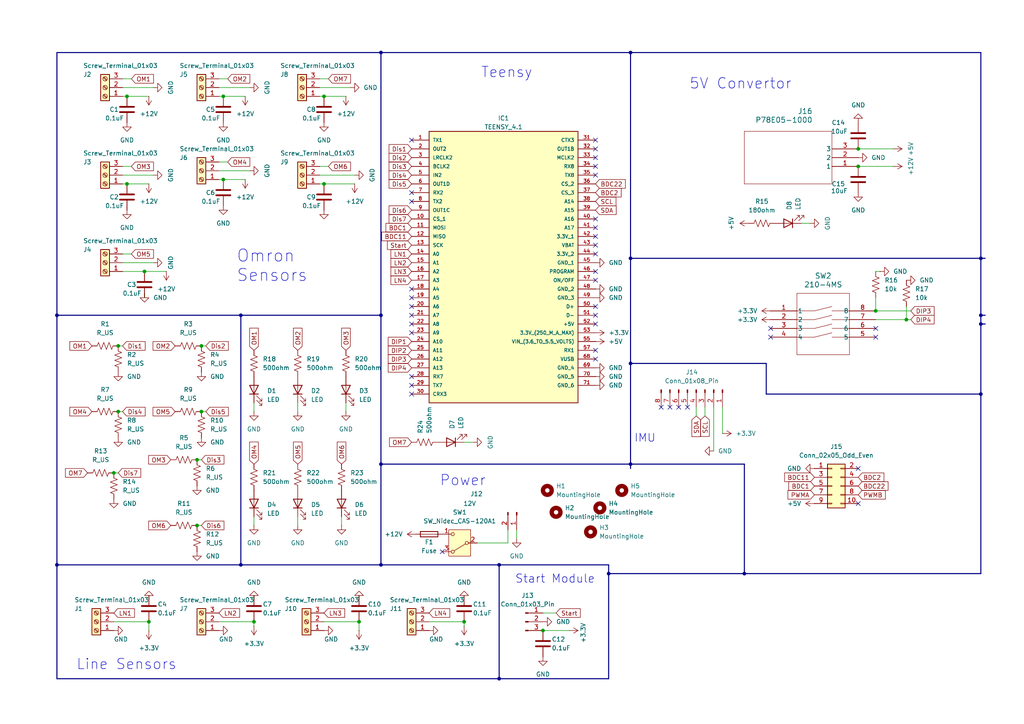
<source format=kicad_sch>
(kicad_sch (version 20231120) (generator "eeschema") (generator_version "8.0")
  (paper "A4")
  (junction (at 93.98 27.94))
  (junction (at 64.77 52.07))
  (junction (at 34.29 100.33))
  (junction (at 144.78 163.83))
  (junction (at 144.78 196.85))
  (junction (at 176.53 166.37))
  (junction (at 182.88 134.62))
  (junction (at 69.85 163.83))
  (junction (at 284.48 74.93))
  (junction (at 41.91 78.74))
  (junction (at 254 90.17))
  (junction (at 34.29 119.38))
  (junction (at 284.48 91.44))
  (junction (at 58.42 119.38))
  (junction (at 73.66 180.34))
  (junction (at 57.15 152.4))
  (junction (at 104.14 180.34))
  (junction (at 16.51 163.83))
  (junction (at 215.9 166.37))
  (junction (at 262.89 92.71))
  (junction (at 182.88 105.41))
  (junction (at 110.49 163.83))
  (junction (at 248.92 48.26))
  (junction (at 64.77 27.94))
  (junction (at 43.18 180.34))
  (junction (at 36.83 53.34))
  (junction (at 134.62 180.34))
  (junction (at 58.42 100.33))
  (junction (at 157.48 182.88))
  (junction (at 182.88 74.93))
  (junction (at 110.49 91.44))
  (junction (at 182.88 15.24))
  (junction (at 16.51 91.44))
  (junction (at 110.49 15.24))
  (junction (at 93.98 53.34))
  (junction (at 36.83 27.94))
  (junction (at 57.15 133.35))
  (junction (at 284.48 114.3))
  (junction (at 69.85 91.44))
  (junction (at 33.02 137.16))
  (junction (at 284.48 93.98))
  (junction (at 248.92 43.18))
  (junction (at 110.49 134.62))
  (no_connect (at 119.38 114.3))
  (no_connect (at 172.72 88.9))
  (no_connect (at 172.72 73.66))
  (no_connect (at 172.72 66.04))
  (no_connect (at 119.38 88.9))
  (no_connect (at 254 95.25))
  (no_connect (at 119.38 83.82))
  (no_connect (at 172.72 43.18))
  (no_connect (at 172.72 78.74))
  (no_connect (at 119.38 91.44))
  (no_connect (at 128.27 160.02))
  (no_connect (at 199.39 118.11))
  (no_connect (at 119.38 111.76))
  (no_connect (at 172.72 63.5))
  (no_connect (at 223.52 95.25))
  (no_connect (at 172.72 93.98))
  (no_connect (at 172.72 91.44))
  (no_connect (at 172.72 45.72))
  (no_connect (at 172.72 48.26))
  (no_connect (at 172.72 104.14))
  (no_connect (at 119.38 55.88))
  (no_connect (at 172.72 81.28))
  (no_connect (at 196.85 118.11))
  (no_connect (at 119.38 86.36))
  (no_connect (at 254 97.79))
  (no_connect (at 191.77 118.11))
  (no_connect (at 194.31 118.11))
  (no_connect (at 119.38 109.22))
  (no_connect (at 172.72 50.8))
  (no_connect (at 119.38 96.52))
  (no_connect (at 119.38 93.98))
  (no_connect (at 172.72 68.58))
  (no_connect (at 223.52 97.79))
  (no_connect (at 248.92 146.05))
  (no_connect (at 119.38 40.64))
  (no_connect (at 172.72 71.12))
  (no_connect (at 248.92 135.89))
  (no_connect (at 119.38 58.42))
  (no_connect (at 172.72 40.64))
  (no_connect (at 172.72 101.6))
  (wire (pts (xy 134.62 173.99) (xy 134.62 172.72)))
  (wire (pts (xy 264.16 90.17) (xy 254 90.17)))
  (wire (pts (xy 36.83 27.94) (xy 35.56 27.94)))
  (wire (pts (xy 73.66 119.38) (xy 73.66 116.84)))
  (bus (pts (xy 284.48 15.24) (xy 284.48 74.93)))
  (wire (pts (xy 264.16 92.71) (xy 262.89 92.71)))
  (wire (pts (xy 41.91 85.09) (xy 41.91 86.36)))
  (wire (pts (xy 43.18 173.99) (xy 43.18 172.72)))
  (bus (pts (xy 144.78 163.83) (xy 176.53 163.83)))
  (wire (pts (xy 44.45 25.4) (xy 35.56 25.4)))
  (wire (pts (xy 147.32 157.48) (xy 147.32 153.67)))
  (wire (pts (xy 255.27 78.74) (xy 254 78.74)))
  (bus (pts (xy 182.88 15.24) (xy 284.48 15.24)))
  (bus (pts (xy 16.51 163.83) (xy 69.85 163.83)))
  (bus (pts (xy 176.53 166.37) (xy 176.53 196.85)))
  (bus (pts (xy 16.51 91.44) (xy 16.51 163.83)))
  (wire (pts (xy 138.43 157.48) (xy 147.32 157.48)))
  (wire (pts (xy 104.14 173.99) (xy 104.14 172.72)))
  (wire (pts (xy 234.95 64.77) (xy 232.41 64.77)))
  (wire (pts (xy 134.62 180.34) (xy 124.46 180.34)))
  (bus (pts (xy 182.88 74.93) (xy 284.48 74.93)))
  (wire (pts (xy 44.45 76.2) (xy 35.56 76.2)))
  (wire (pts (xy 204.47 120.65) (xy 204.47 118.11)))
  (wire (pts (xy 73.66 152.4) (xy 73.66 149.86)))
  (bus (pts (xy 284.48 74.93) (xy 284.48 91.44)))
  (wire (pts (xy 137.16 128.27) (xy 134.62 128.27)))
  (wire (pts (xy 66.04 22.86) (xy 63.5 22.86)))
  (wire (pts (xy 134.62 181.61) (xy 134.62 180.34)))
  (bus (pts (xy 110.49 163.83) (xy 144.78 163.83)))
  (wire (pts (xy 58.42 152.4) (xy 57.15 152.4)))
  (wire (pts (xy 58.42 133.35) (xy 57.15 133.35)))
  (bus (pts (xy 284.48 91.44) (xy 284.48 93.98)))
  (bus (pts (xy 16.51 196.85) (xy 144.78 196.85)))
  (wire (pts (xy 254 92.71) (xy 262.89 92.71)))
  (bus (pts (xy 110.49 91.44) (xy 110.49 134.62)))
  (wire (pts (xy 64.77 27.94) (xy 63.5 27.94)))
  (wire (pts (xy 73.66 173.99) (xy 73.66 172.72)))
  (wire (pts (xy 43.18 53.34) (xy 36.83 53.34)))
  (wire (pts (xy 149.86 153.67) (xy 149.86 156.21)))
  (wire (pts (xy 71.12 27.94) (xy 64.77 27.94)))
  (wire (pts (xy 101.6 25.4) (xy 92.71 25.4)))
  (bus (pts (xy 284.48 93.98) (xy 284.48 114.3)))
  (bus (pts (xy 69.85 91.44) (xy 110.49 91.44)))
  (bus (pts (xy 182.88 105.41) (xy 182.88 134.62)))
  (wire (pts (xy 41.91 78.74) (xy 48.26 78.74)))
  (wire (pts (xy 93.98 27.94) (xy 92.71 27.94)))
  (wire (pts (xy 86.36 119.38) (xy 86.36 116.84)))
  (wire (pts (xy 104.14 180.34) (xy 93.98 180.34)))
  (wire (pts (xy 259.08 48.26) (xy 248.92 48.26)))
  (wire (pts (xy 64.77 52.07) (xy 63.5 52.07)))
  (wire (pts (xy 165.1 182.88) (xy 157.48 182.88)))
  (wire (pts (xy 34.29 137.16) (xy 33.02 137.16)))
  (bus (pts (xy 110.49 15.24) (xy 110.49 91.44)))
  (bus (pts (xy 176.53 166.37) (xy 176.53 163.83)))
  (bus (pts (xy 16.51 163.83) (xy 16.51 196.85)))
  (wire (pts (xy 38.1 48.26) (xy 35.56 48.26)))
  (bus (pts (xy 215.9 134.62) (xy 215.9 166.37)))
  (wire (pts (xy 72.39 49.53) (xy 63.5 49.53)))
  (wire (pts (xy 59.69 100.33) (xy 58.42 100.33)))
  (wire (pts (xy 95.25 48.26) (xy 92.71 48.26)))
  (wire (pts (xy 95.25 22.86) (xy 92.71 22.86)))
  (bus (pts (xy 16.51 91.44) (xy 69.85 91.44)))
  (bus (pts (xy 284.48 114.3) (xy 284.48 166.37)))
  (wire (pts (xy 100.33 119.38) (xy 100.33 116.84)))
  (wire (pts (xy 209.55 118.11) (xy 209.55 125.73)))
  (bus (pts (xy 222.25 105.41) (xy 222.25 114.3)))
  (bus (pts (xy 182.88 74.93) (xy 182.88 105.41)))
  (wire (pts (xy 104.14 182.88) (xy 104.14 180.34)))
  (wire (pts (xy 35.56 100.33) (xy 34.29 100.33)))
  (bus (pts (xy 285.75 74.93) (xy 284.48 74.93)))
  (wire (pts (xy 259.08 43.18) (xy 248.92 43.18)))
  (bus (pts (xy 222.25 114.3) (xy 284.48 114.3)))
  (wire (pts (xy 43.18 180.34) (xy 33.02 180.34)))
  (bus (pts (xy 182.88 134.62) (xy 182.88 135.89)))
  (wire (pts (xy 207.01 130.81) (xy 207.01 118.11)))
  (bus (pts (xy 182.88 15.24) (xy 182.88 74.93)))
  (bus (pts (xy 182.88 134.62) (xy 215.9 134.62)))
  (wire (pts (xy 72.39 25.4) (xy 63.5 25.4)))
  (bus (pts (xy 110.49 134.62) (xy 182.88 134.62)))
  (bus (pts (xy 285.75 93.98) (xy 284.48 93.98)))
  (wire (pts (xy 43.18 27.94) (xy 36.83 27.94)))
  (bus (pts (xy 182.88 105.41) (xy 222.25 105.41)))
  (bus (pts (xy 284.48 91.44) (xy 285.75 91.44)))
  (bus (pts (xy 176.53 166.37) (xy 215.9 166.37)))
  (bus (pts (xy 215.9 166.37) (xy 284.48 166.37)))
  (wire (pts (xy 92.71 50.8) (xy 102.87 50.8)))
  (wire (pts (xy 86.36 152.4) (xy 86.36 149.86)))
  (wire (pts (xy 35.56 78.74) (xy 41.91 78.74)))
  (wire (pts (xy 38.1 22.86) (xy 35.56 22.86)))
  (wire (pts (xy 35.56 119.38) (xy 34.29 119.38)))
  (wire (pts (xy 102.87 53.34) (xy 93.98 53.34)))
  (wire (pts (xy 71.12 52.07) (xy 64.77 52.07)))
  (wire (pts (xy 38.1 73.66) (xy 35.56 73.66)))
  (bus (pts (xy 69.85 91.44) (xy 69.85 163.83)))
  (bus (pts (xy 176.53 196.85) (xy 144.78 196.85)))
  (wire (pts (xy 44.45 50.8) (xy 35.56 50.8)))
  (bus (pts (xy 16.51 15.24) (xy 16.51 91.44)))
  (wire (pts (xy 262.89 88.9) (xy 262.89 92.71)))
  (wire (pts (xy 93.98 53.34) (xy 92.71 53.34)))
  (bus (pts (xy 69.85 163.83) (xy 110.49 163.83)))
  (wire (pts (xy 254 86.36) (xy 254 90.17)))
  (bus (pts (xy 110.49 15.24) (xy 182.88 15.24)))
  (wire (pts (xy 59.69 119.38) (xy 58.42 119.38)))
  (wire (pts (xy 36.83 53.34) (xy 35.56 53.34)))
  (bus (pts (xy 144.78 196.85) (xy 144.78 163.83)))
  (wire (pts (xy 73.66 180.34) (xy 63.5 180.34)))
  (wire (pts (xy 201.93 120.65) (xy 201.93 118.11)))
  (wire (pts (xy 161.29 177.8) (xy 157.48 177.8)))
  (wire (pts (xy 100.33 27.94) (xy 93.98 27.94)))
  (wire (pts (xy 66.04 46.99) (xy 63.5 46.99)))
  (bus (pts (xy 110.49 163.83) (xy 110.49 134.62)))
  (wire (pts (xy 73.66 181.61) (xy 73.66 180.34)))
  (wire (pts (xy 43.18 182.88) (xy 43.18 180.34)))
  (bus (pts (xy 16.51 15.24) (xy 110.49 15.24)))
  (wire (pts (xy 99.06 152.4) (xy 99.06 149.86)))
  (text "Line Sensors " (at 22.098 194.564 0) (effects (font (size 3 3)) (justify left bottom)))
  (text "5V Convertor \n" (at 199.898 26.162 0) (effects (font (size 3.048 3.048)) (justify left bottom)))
  (text "Power\n" (at 127.508 141.224 0) (effects (font (size 3 3)) (justify left bottom)))
  (text "Omron \nSensors" (at 68.58 82.042 0) (effects (font (size 3.5 3.5)) (justify left bottom)))
  (text "IMU\n" (at 183.896 128.524 0) (effects (font (size 2.3 2.3)) (justify left bottom)))
  (text "Start Module" (at 149.352 169.418 0) (effects (font (size 2.4 2.4)) (justify left bottom)))
  (text "Teensy\n" (at 139.446 22.86 0) (effects (font (size 3 3)) (justify left bottom)))
  (global_label "BDC22" (shape input) (at 172.72 53.34 0) (property "Intersheetrefs" "${INTERSHEET_REFS}" (effects (hide yes))))
  (global_label "Dis7" (shape input) (at 119.38 63.5 180) (property "Intersheetrefs" "${INTERSHEET_REFS}" (effects (hide yes))))
  (global_label "Dis1" (shape input) (at 119.38 43.18 180) (property "Intersheetrefs" "${INTERSHEET_REFS}" (effects (hide yes))))
  (global_label "OM4" (shape input) (at 73.66 134.62 90) (property "Intersheetrefs" "${INTERSHEET_REFS}" (effects (hide yes))))
  (global_label "OM1" (shape input) (at 26.67 100.33 180) (property "Intersheetrefs" "${INTERSHEET_REFS}" (effects (hide yes))))
  (global_label "OM5" (shape input) (at 50.8 119.38 180) (property "Intersheetrefs" "${INTERSHEET_REFS}" (effects (hide yes))))
  (global_label "LN2" (shape input) (at 63.5 177.8 0) (property "Intersheetrefs" "${INTERSHEET_REFS}" (effects (hide yes))))
  (global_label "Dis2" (shape input) (at 59.69 100.33 0) (property "Intersheetrefs" "${INTERSHEET_REFS}" (effects (hide yes))))
  (global_label "OM1" (shape input) (at 38.1 22.86 0) (property "Intersheetrefs" "${INTERSHEET_REFS}" (effects (hide yes))))
  (global_label "LN1" (shape input) (at 33.02 177.8 0) (property "Intersheetrefs" "${INTERSHEET_REFS}" (effects (hide yes))))
  (global_label "Start" (shape input) (at 161.29 177.8 0) (property "Intersheetrefs" "${INTERSHEET_REFS}" (effects (hide yes))))
  (global_label "OM6" (shape input) (at 49.53 152.4 180) (property "Intersheetrefs" "${INTERSHEET_REFS}" (effects (hide yes))))
  (global_label "DIP3" (shape input) (at 119.38 104.14 180) (property "Intersheetrefs" "${INTERSHEET_REFS}" (effects (hide yes))))
  (global_label "SDA" (shape input) (at 201.93 120.65 270) (property "Intersheetrefs" "${INTERSHEET_REFS}" (effects (hide yes))))
  (global_label "OM3" (shape input) (at 100.33 101.6 90) (property "Intersheetrefs" "${INTERSHEET_REFS}" (effects (hide yes))))
  (global_label "Dis4" (shape input) (at 119.38 50.8 180) (property "Intersheetrefs" "${INTERSHEET_REFS}" (effects (hide yes))))
  (global_label "LN2" (shape input) (at 119.38 76.2 180) (property "Intersheetrefs" "${INTERSHEET_REFS}" (effects (hide yes))))
  (global_label "LN1" (shape input) (at 119.38 73.66 180) (property "Intersheetrefs" "${INTERSHEET_REFS}" (effects (hide yes))))
  (global_label "Dis5" (shape input) (at 59.69 119.38 0) (property "Intersheetrefs" "${INTERSHEET_REFS}" (effects (hide yes))))
  (global_label "DIP3" (shape input) (at 264.16 90.17 0) (property "Intersheetrefs" "${INTERSHEET_REFS}" (effects (hide yes))))
  (global_label "Dis4" (shape input) (at 35.56 119.38 0) (property "Intersheetrefs" "${INTERSHEET_REFS}" (effects (hide yes))))
  (global_label "PWMB" (shape input) (at 248.92 143.51 0) (property "Intersheetrefs" "${INTERSHEET_REFS}" (effects (hide yes))))
  (global_label "OM5" (shape input) (at 38.1 73.66 0) (property "Intersheetrefs" "${INTERSHEET_REFS}" (effects (hide yes))))
  (global_label "OM7" (shape input) (at 95.25 22.86 0) (property "Intersheetrefs" "${INTERSHEET_REFS}" (effects (hide yes))))
  (global_label "BDC2" (shape input) (at 172.72 55.88 0) (property "Intersheetrefs" "${INTERSHEET_REFS}" (effects (hide yes))))
  (global_label "OM4" (shape input) (at 66.04 46.99 0) (property "Intersheetrefs" "${INTERSHEET_REFS}" (effects (hide yes))))
  (global_label "BDC22" (shape input) (at 248.92 140.97 0) (property "Intersheetrefs" "${INTERSHEET_REFS}" (effects (hide yes))))
  (global_label "OM5" (shape input) (at 86.36 134.62 90) (property "Intersheetrefs" "${INTERSHEET_REFS}" (effects (hide yes))))
  (global_label "OM3" (shape input) (at 49.53 133.35 180) (property "Intersheetrefs" "${INTERSHEET_REFS}" (effects (hide yes))))
  (global_label "OM7" (shape input) (at 119.38 128.27 180) (property "Intersheetrefs" "${INTERSHEET_REFS}" (effects (hide yes))))
  (global_label "Dis1" (shape input) (at 35.56 100.33 0) (property "Intersheetrefs" "${INTERSHEET_REFS}" (effects (hide yes))))
  (global_label "LN3" (shape input) (at 93.98 177.8 0) (property "Intersheetrefs" "${INTERSHEET_REFS}" (effects (hide yes))))
  (global_label "Dis5" (shape input) (at 119.38 53.34 180) (property "Intersheetrefs" "${INTERSHEET_REFS}" (effects (hide yes))))
  (global_label "LN4" (shape input) (at 119.38 81.28 180) (property "Intersheetrefs" "${INTERSHEET_REFS}" (effects (hide yes))))
  (global_label "Dis2" (shape input) (at 119.38 45.72 180) (property "Intersheetrefs" "${INTERSHEET_REFS}" (effects (hide yes))))
  (global_label "Dis7" (shape input) (at 34.29 137.16 0) (property "Intersheetrefs" "${INTERSHEET_REFS}" (effects (hide yes))))
  (global_label "SCL" (shape input) (at 204.47 120.65 270) (property "Intersheetrefs" "${INTERSHEET_REFS}" (effects (hide yes))))
  (global_label "SDA" (shape input) (at 172.72 60.96 0) (property "Intersheetrefs" "${INTERSHEET_REFS}" (effects (hide yes))))
  (global_label "DIP4" (shape input) (at 264.16 92.71 0) (property "Intersheetrefs" "${INTERSHEET_REFS}" (effects (hide yes))))
  (global_label "OM2" (shape input) (at 50.8 100.33 180) (property "Intersheetrefs" "${INTERSHEET_REFS}" (effects (hide yes))))
  (global_label "Dis6" (shape input) (at 119.38 60.96 180) (property "Intersheetrefs" "${INTERSHEET_REFS}" (effects (hide yes))))
  (global_label "Dis3" (shape input) (at 119.38 48.26 180) (property "Intersheetrefs" "${INTERSHEET_REFS}" (effects (hide yes))))
  (global_label "BDC2" (shape input) (at 248.92 138.43 0) (property "Intersheetrefs" "${INTERSHEET_REFS}" (effects (hide yes))))
  (global_label "BDC11" (shape input) (at 236.22 138.43 180) (property "Intersheetrefs" "${INTERSHEET_REFS}" (effects (hide yes))))
  (global_label "PWMA" (shape input) (at 236.22 143.51 180) (property "Intersheetrefs" "${INTERSHEET_REFS}" (effects (hide yes))))
  (global_label "Start" (shape input) (at 119.38 71.12 180) (property "Intersheetrefs" "${INTERSHEET_REFS}" (effects (hide yes))))
  (global_label "OM2" (shape input) (at 66.04 22.86 0) (property "Intersheetrefs" "${INTERSHEET_REFS}" (effects (hide yes))))
  (global_label "SCL" (shape input) (at 172.72 58.42 0) (property "Intersheetrefs" "${INTERSHEET_REFS}" (effects (hide yes))))
  (global_label "Dis3" (shape input) (at 58.42 133.35 0) (property "Intersheetrefs" "${INTERSHEET_REFS}" (effects (hide yes))))
  (global_label "DIP4" (shape input) (at 119.38 106.68 180) (property "Intersheetrefs" "${INTERSHEET_REFS}" (effects (hide yes))))
  (global_label "OM6" (shape input) (at 95.25 48.26 0) (property "Intersheetrefs" "${INTERSHEET_REFS}" (effects (hide yes))))
  (global_label "BDC1" (shape input) (at 119.38 66.04 180) (property "Intersheetrefs" "${INTERSHEET_REFS}" (effects (hide yes))))
  (global_label "OM2" (shape input) (at 86.36 101.6 90) (property "Intersheetrefs" "${INTERSHEET_REFS}" (effects (hide yes))))
  (global_label "OM3" (shape input) (at 38.1 48.26 0) (property "Intersheetrefs" "${INTERSHEET_REFS}" (effects (hide yes))))
  (global_label "OM1" (shape input) (at 73.66 101.6 90) (property "Intersheetrefs" "${INTERSHEET_REFS}" (effects (hide yes))))
  (global_label "OM6" (shape input) (at 99.06 134.62 90) (property "Intersheetrefs" "${INTERSHEET_REFS}" (effects (hide yes))))
  (global_label "OM4" (shape input) (at 26.67 119.38 180) (property "Intersheetrefs" "${INTERSHEET_REFS}" (effects (hide yes))))
  (global_label "LN3" (shape input) (at 119.38 78.74 180) (property "Intersheetrefs" "${INTERSHEET_REFS}" (effects (hide yes))))
  (global_label "LN4" (shape input) (at 124.46 177.8 0) (property "Intersheetrefs" "${INTERSHEET_REFS}" (effects (hide yes))))
  (global_label "Dis6" (shape input) (at 58.42 152.4 0) (property "Intersheetrefs" "${INTERSHEET_REFS}" (effects (hide yes))))
  (global_label "BDC1" (shape input) (at 236.22 140.97 180) (property "Intersheetrefs" "${INTERSHEET_REFS}" (effects (hide yes))))
  (global_label "BDC11" (shape input) (at 119.38 68.58 180) (property "Intersheetrefs" "${INTERSHEET_REFS}" (effects (hide yes))))
  (global_label "DIP1" (shape input) (at 119.38 99.06 180) (property "Intersheetrefs" "${INTERSHEET_REFS}" (effects (hide yes))))
  (global_label "OM7" (shape input) (at 25.4 137.16 180) (property "Intersheetrefs" "${INTERSHEET_REFS}" (effects (hide yes))))
  (global_label "DIP2" (shape input) (at 119.38 101.6 180) (property "Intersheetrefs" "${INTERSHEET_REFS}" (effects (hide yes))))
  (symbol (lib_id "Connector:Conn_01x02_Pin") (at 149.86 148.59 270) (unit 1)
    (property "Reference" "J12" (at 136.398 143.256 90) (effects (justify left)))
    (property "Value" "12V" (at 134.366 146.05 90) (effects (justify left)))
    (property "Footprint" "Connector_AMASS:AMASS_XT30U-F_1x02_P5.0mm_Vertical" (effects (hide yes)))
    (property "Description" "Generic connector, single row, 01x02, script generated" (effects (hide yes)))
  )
  (symbol (lib_id "power:GND") (at 93.98 35.56 0) (unit 1)
    (property "Reference" "#PWR037" (effects (hide yes)))
    (property "Value" "GND" (at 93.98 40.64 0))
  )
  (symbol (lib_id "Device:R_US") (at 58.42 104.14 180) (unit 1)
    (property "Reference" "R4" (at 60.96 102.8699 0) (effects (justify right)))
    (property "Value" "R_US" (at 60.96 105.4099 0) (effects (justify right)))
    (property "Footprint" "Resistor_SMD:R_1206_3216Metric" (effects (hide yes)))
    (property "Description" "Resistor, US symbol" (effects (hide yes)))
  )
  (symbol (lib_name "GND_3") (lib_id "power:GND") (at 172.72 109.22 90) (unit 1)
    (property "Reference" "#PWR066" (effects (hide yes)))
    (property "Value" "GND" (at 176.53 109.2199 90) (effects (justify right)))
    (property "Description" "Power symbol creates a global label with name \"GND\" , ground" (effects (hide yes)))
  )
  (symbol (lib_id "Connector:Screw_Terminal_01x03") (at 119.38 180.34 180) (unit 1)
    (property "Reference" "J11" (at 113.03 176.53 0) (effects (justify right)))
    (property "Value" "Screw_Terminal_01x03" (at 113.03 173.99 0) (effects (justify right)))
    (property "Footprint" "TerminalBlock:TerminalBlock_Xinya_XY308-2.54-3P_1x03_P2.54mm_Horizontal" (effects (hide yes)))
  )
  (symbol (lib_name "GND_3") (lib_id "power:GND") (at 172.72 106.68 90) (unit 1)
    (property "Reference" "#PWR065" (effects (hide yes)))
    (property "Value" "GND" (at 176.53 106.6799 90) (effects (justify right)))
    (property "Description" "Power symbol creates a global label with name \"GND\" , ground" (effects (hide yes)))
  )
  (symbol (lib_id "power:GND") (at 36.83 35.56 0) (unit 1)
    (property "Reference" "#PWR06" (effects (hide yes)))
    (property "Value" "GND" (at 36.83 40.64 0))
  )
  (symbol (lib_id "Connector:Screw_Terminal_01x03") (at 87.63 25.4 180) (unit 1)
    (property "Reference" "J8" (at 81.28 21.59 0) (effects (justify right)))
    (property "Value" "Screw_Terminal_01x03" (at 81.28 19.05 0) (effects (justify right)))
    (property "Footprint" "TerminalBlock:TerminalBlock_Xinya_XY308-2.54-3P_1x03_P2.54mm_Horizontal" (effects (hide yes)))
  )
  (symbol (lib_id "Device:LED") (at 86.36 113.03 90) (unit 1)
    (property "Reference" "D2" (at 90.17 113.3474 90) (effects (justify right)))
    (property "Value" "LED" (at 90.17 115.8874 90) (effects (justify right)))
    (property "Footprint" "LED_SMD:LED_1206_3216Metric" (effects (hide yes)))
    (property "Description" "Light emitting diode" (effects (hide yes)))
  )
  (symbol (lib_id "power:GND") (at 33.02 182.88 90) (unit 1)
    (property "Reference" "#PWR01" (effects (hide yes)))
    (property "Value" "GND" (at 33.02 185.42 90) (effects (justify right)))
  )
  (symbol (lib_name "GND_1") (lib_id "power:GND") (at 86.36 119.38 0) (unit 1)
    (property "Reference" "#PWR020" (effects (hide yes)))
    (property "Value" "GND" (at 86.36 124.46 0))
    (property "Description" "Power symbol creates a global label with name \"GND\" , ground" (effects (hide yes)))
  )
  (symbol (lib_id "power:GND") (at 57.15 140.97 0) (unit 1)
    (property "Reference" "#PWR04" (effects (hide yes)))
    (property "Value" "GND" (at 59.69 142.24 0) (effects (justify left)))
  )
  (symbol (lib_id "Device:C") (at 157.48 186.69 0) (unit 1)
    (property "Reference" "C12" (at 160.02 185.42 0) (effects (justify left)))
    (property "Value" "0.1uF" (at 160.02 187.96 0) (effects (justify left)))
    (property "Footprint" "Capacitor_SMD:C_0805_2012Metric" (effects (hide yes)))
  )
  (symbol (lib_id "Connector:Screw_Terminal_01x03") (at 30.48 76.2 180) (unit 1)
    (property "Reference" "J4" (at 24.13 72.39 0) (effects (justify right)))
    (property "Value" "Screw_Terminal_01x03" (at 24.13 69.85 0) (effects (justify right)))
    (property "Footprint" "TerminalBlock:TerminalBlock_Xinya_XY308-2.54-3P_1x03_P2.54mm_Horizontal" (effects (hide yes)))
  )
  (symbol (lib_id "Device:LED") (at 130.81 128.27 180) (unit 1)
    (property "Reference" "D7" (at 131.1274 124.46 90) (effects (justify right)))
    (property "Value" "LED" (at 133.6674 124.46 90) (effects (justify right)))
    (property "Footprint" "LED_SMD:LED_1206_3216Metric" (effects (hide yes)))
    (property "Description" "Light emitting diode" (effects (hide yes)))
  )
  (symbol (lib_id "power:+12V") (at 120.65 154.94 90) (unit 1)
    (property "Reference" "#PWR052" (effects (hide yes)))
    (property "Value" "+12V" (at 116.84 154.9399 90) (effects (justify left)))
    (property "Description" "Power symbol creates a global label with name \"+12V\"" (effects (hide yes)))
  )
  (symbol (lib_id "Connector:Screw_Terminal_01x03") (at 87.63 50.8 180) (unit 1)
    (property "Reference" "J9" (at 81.28 46.99 0) (effects (justify right)))
    (property "Value" "Screw_Terminal_01x03" (at 81.28 44.45 0) (effects (justify right)))
    (property "Footprint" "TerminalBlock:TerminalBlock_Xinya_XY308-2.54-3P_1x03_P2.54mm_Horizontal" (effects (hide yes)))
  )
  (symbol (lib_name "GND_1") (lib_id "power:GND") (at 73.66 119.38 0) (unit 1)
    (property "Reference" "#PWR021" (effects (hide yes)))
    (property "Value" "GND" (at 73.66 124.46 0))
    (property "Description" "Power symbol creates a global label with name \"GND\" , ground" (effects (hide yes)))
  )
  (symbol (lib_id "power:+12V") (at 43.18 27.94 180) (unit 1)
    (property "Reference" "#PWR09" (effects (hide yes)))
    (property "Value" "+12V" (at 43.18 33.02 0))
    (property "Description" "Power symbol creates a global label with name \"+12V\"" (effects (hide yes)))
  )
  (symbol (lib_id "Device:C") (at 73.66 176.53 0) (unit 1)
    (property "Reference" "C7" (at 76.2 175.26 0) (effects (justify left)))
    (property "Value" "0.1uF" (at 76.2 177.8 0) (effects (justify left)))
    (property "Footprint" "Capacitor_SMD:C_0805_2012Metric" (effects (hide yes)))
  )
  (symbol (lib_name "GND_4") (lib_id "power:GND") (at 255.27 78.74 90) (unit 1)
    (property "Reference" "#PWR080" (effects (hide yes)))
    (property "Value" "GND" (at 259.08 78.7399 90) (effects (justify right)))
    (property "Description" "Power symbol creates a global label with name \"GND\" , ground" (effects (hide yes)))
  )
  (symbol (lib_id "Connector:Screw_Terminal_01x03") (at 88.9 180.34 180) (unit 1)
    (property "Reference" "J10" (at 82.55 176.53 0) (effects (justify right)))
    (property "Value" "Screw_Terminal_01x03" (at 82.55 173.99 0) (effects (justify right)))
    (property "Footprint" "TerminalBlock:TerminalBlock_Xinya_XY308-2.54-3P_1x03_P2.54mm_Horizontal" (effects (hide yes)))
  )
  (symbol (lib_id "Device:R_US") (at 29.21 137.16 90) (unit 1)
    (property "Reference" "R13" (at 29.21 130.81 90))
    (property "Value" "R_US" (at 29.21 133.35 90))
    (property "Footprint" "Resistor_SMD:R_1206_3216Metric" (effects (hide yes)))
    (property "Description" "Resistor, US symbol" (effects (hide yes)))
  )
  (symbol (lib_id "Device:R_US") (at 33.02 140.97 180) (unit 1)
    (property "Reference" "R14" (at 35.56 139.6999 0) (effects (justify right)))
    (property "Value" "R_US" (at 35.56 142.2399 0) (effects (justify right)))
    (property "Footprint" "Resistor_SMD:R_1206_3216Metric" (effects (hide yes)))
    (property "Description" "Resistor, US symbol" (effects (hide yes)))
  )
  (symbol (lib_id "Connector:Screw_Terminal_01x03") (at 30.48 25.4 180) (unit 1)
    (property "Reference" "J2" (at 24.13 21.59 0) (effects (justify right)))
    (property "Value" "Screw_Terminal_01x03" (at 24.13 19.05 0) (effects (justify right)))
    (property "Footprint" "TerminalBlock:TerminalBlock_Xinya_XY308-2.54-3P_1x03_P2.54mm_Horizontal" (effects (hide yes)))
  )
  (symbol (lib_name "+3.3V_4") (lib_id "power:+3.3V") (at 73.66 181.61 180) (unit 1)
    (property "Reference" "#PWR033" (effects (hide yes)))
    (property "Value" "+3.3V" (at 73.66 186.69 0))
    (property "Description" "Power symbol creates a global label with name \"+3.3V\"" (effects (hide yes)))
  )
  (symbol (lib_id "TEENSY_4.1[1]:TEENSY_4.1") (at 119.38 40.64 0) (unit 1)
    (property "Reference" "IC1" (at 146.05 34.29 0))
    (property "Value" "TEENSY_4.1" (at 146.05 36.83 0))
    (property "Footprint" "askibidi:AnotherTeensy" (effects (hide yes)))
    (property "Manufacturer_Name" "PJRC" (effects (hide yes)))
    (property "MF" "PJRC" (effects (hide yes)))
    (property "Description_1" "\n" (effects (hide yes)))
    (property "Price" "None" (effects (hide yes)))
    (property "Package" "None" (effects (hide yes)))
    (property "Check_prices" "https://www.snapeda.com/parts/Teensy%204.1/PJRC/view-part/?ref=eda" (effects (hide yes)))
    (property "Height" "mm" (effects (hide yes)))
    (property "MP" "Teensy 4.1" (effects (hide yes)))
    (property "SnapEDA_Link" "https://www.snapeda.com/parts/Teensy%204.1/PJRC/view-part/?ref=snap" (effects (hide yes)))
    (property "Availability" "Not in stock" (effects (hide yes)))
    (property "Manufacturer_Part_Number" "TEENSY 4.1" (effects (hide yes)))
  )
  (symbol (lib_id "Device:C") (at 41.91 82.55 0) (unit 1)
    (property "Reference" "C3" (at 36.83 82.55 0) (effects (justify left)))
    (property "Value" "0.1uF" (at 35.56 85.09 0) (effects (justify left)))
    (property "Footprint" "Capacitor_SMD:C_0805_2012Metric" (effects (hide yes)))
  )
  (symbol (lib_id "Device:R_US") (at 100.33 105.41 180) (unit 1)
    (property "Reference" "R20" (at 102.87 104.1399 0) (effects (justify right)))
    (property "Value" "500ohm" (at 102.87 106.6799 0) (effects (justify right)))
    (property "Footprint" "Resistor_SMD:R_1206_3216Metric" (effects (hide yes)))
  )
  (symbol (lib_id "power:+5V") (at 172.72 99.06 270) (unit 1)
    (property "Reference" "#PWR064" (effects (hide yes)))
    (property "Value" "+5V" (at 176.53 99.0599 90) (effects (justify left)))
    (property "Description" "Power symbol creates a global label with name \"+5V\"" (effects (hide yes)))
  )
  (symbol (lib_id "power:GND") (at 72.39 49.53 90) (unit 1)
    (property "Reference" "#PWR031" (effects (hide yes)))
    (property "Value" "GND" (at 77.47 49.53 0))
  )
  (symbol (lib_name "GND_3") (lib_id "power:GND") (at 172.72 86.36 90) (unit 1)
    (property "Reference" "#PWR062" (effects (hide yes)))
    (property "Value" "GND" (at 176.53 86.3599 90) (effects (justify right)))
    (property "Description" "Power symbol creates a global label with name \"GND\" , ground" (effects (hide yes)))
  )
  (symbol (lib_id "power:+12V") (at 102.87 53.34 180) (unit 1)
    (property "Reference" "#PWR049" (effects (hide yes)))
    (property "Value" "+12V" (at 102.87 58.42 0))
    (property "Description" "Power symbol creates a global label with name \"+12V\"" (effects (hide yes)))
  )
  (symbol (lib_id "Device:LED") (at 100.33 113.03 90) (unit 1)
    (property "Reference" "D3" (at 104.14 113.3474 90) (effects (justify right)))
    (property "Value" "LED" (at 104.14 115.8874 90) (effects (justify right)))
    (property "Footprint" "LED_SMD:LED_1206_3216Metric" (effects (hide yes)))
    (property "Description" "Light emitting diode" (effects (hide yes)))
  )
  (symbol (lib_id "Device:R_US") (at 262.89 85.09 180) (unit 1)
    (property "Reference" "R17" (at 265.43 83.8199 0) (effects (justify right)))
    (property "Value" "10k" (at 265.43 86.3599 0) (effects (justify right)))
    (property "Footprint" "Capacitor_SMD:C_1206_3216Metric" (effects (hide yes)))
    (property "Description" "Resistor, US symbol" (effects (hide yes)))
  )
  (symbol (lib_name "GND_1") (lib_id "power:GND") (at 73.66 152.4 0) (unit 1)
    (property "Reference" "#PWR023" (effects (hide yes)))
    (property "Value" "GND" (at 73.66 157.48 0))
    (property "Description" "Power symbol creates a global label with name \"GND\" , ground" (effects (hide yes)))
  )
  (symbol (lib_id "Device:R_US") (at 99.06 138.43 180) (unit 1)
    (property "Reference" "R23" (at 101.6 137.1599 0) (effects (justify right)))
    (property "Value" "500ohm" (at 101.6 139.6999 0) (effects (justify right)))
    (property "Footprint" "Resistor_SMD:R_1206_3216Metric" (effects (hide yes)))
  )
  (symbol (lib_name "GND_1") (lib_id "power:GND") (at 100.33 119.38 0) (unit 1)
    (property "Reference" "#PWR022" (effects (hide yes)))
    (property "Value" "GND" (at 100.33 124.46 0))
    (property "Description" "Power symbol creates a global label with name \"GND\" , ground" (effects (hide yes)))
  )
  (symbol (lib_id "Connector:Screw_Terminal_01x03") (at 27.94 180.34 180) (unit 1)
    (property "Reference" "J1" (at 21.59 176.53 0) (effects (justify right)))
    (property "Value" "Screw_Terminal_01x03" (at 21.59 173.99 0) (effects (justify right)))
    (property "Footprint" "TerminalBlock:TerminalBlock_Xinya_XY308-2.54-3P_1x03_P2.54mm_Horizontal" (effects (hide yes)))
  )
  (symbol (lib_id "Device:Fuse") (at 124.46 154.94 90) (unit 1)
    (property "Reference" "F1" (at 124.46 157.226 90))
    (property "Value" "Fuse" (at 124.46 159.766 90))
    (property "Footprint" "Fuse:Fuse_1206_3216Metric" (effects (hide yes)))
    (property "Description" "Fuse" (effects (hide yes)))
  )
  (symbol (lib_id "Connector:Screw_Terminal_01x03") (at 58.42 180.34 180) (unit 1)
    (property "Reference" "J7" (at 52.07 176.53 0) (effects (justify right)))
    (property "Value" "Screw_Terminal_01x03" (at 52.07 173.99 0) (effects (justify right)))
    (property "Footprint" "TerminalBlock:TerminalBlock_Xinya_XY308-2.54-3P_1x03_P2.54mm_Horizontal" (effects (hide yes)))
  )
  (symbol (lib_id "Mechanical:MountingHole") (at 171.2905 154.2714 0) (unit 1) (exclude_from_sim yes) (in_bom no)
    (property "Reference" "H3" (at 173.8305 153.0013 0) (effects (justify left)))
    (property "Value" "MountingHole" (at 173.8305 155.5413 0) (effects (justify left)))
    (property "Footprint" "MountingHole:MountingHole_2.5mm" (effects (hide yes)))
    (property "Description" "Mounting Hole without connection" (effects (hide yes)))
  )
  (symbol (lib_id "Device:R_US") (at 53.34 133.35 90) (unit 1)
    (property "Reference" "R5" (at 53.34 127 90))
    (property "Value" "R_US" (at 53.34 129.54 90))
    (property "Footprint" "Resistor_SMD:R_1206_3216Metric" (effects (hide yes)))
    (property "Description" "Resistor, US symbol" (effects (hide yes)))
  )
  (symbol (lib_id "power:GND") (at 157.48 180.34 90) (unit 1)
    (property "Reference" "#PWR057" (effects (hide yes)))
    (property "Value" "GND" (at 161.29 180.34 90) (effects (justify right)))
  )
  (symbol (lib_id "Device:C") (at 93.98 31.75 0) (unit 1)
    (property "Reference" "C8" (at 88.9 31.75 0) (effects (justify left)))
    (property "Value" "0.1uF" (at 87.63 34.29 0) (effects (justify left)))
    (property "Footprint" "Capacitor_SMD:C_0805_2012Metric" (effects (hide yes)))
  )
  (symbol (lib_id "Switch:SW_Nidec_CAS-120A1") (at 133.35 157.48 180) (unit 1)
    (property "Reference" "SW1" (at 133.35 148.59 0))
    (property "Value" "SW_Nidec_CAS-120A1" (at 133.35 151.13 0))
    (property "Footprint" "askibidi:swotcslide" (effects (hide yes)))
    (property "Datasheet" "https://www.nidec-components.com/e/catalog/switch/cas.pdf" (effects (hide yes)))
    (property "Description" "Switch, single pole double throw" (effects (hide yes)))
  )
  (symbol (lib_id "Mechanical:MountingHole") (at 158.75 142.24 0) (unit 1) (exclude_from_sim yes) (in_bom no)
    (property "Reference" "H1" (at 161.29 140.9699 0) (effects (justify left)))
    (property "Value" "MountingHole" (at 161.29 143.5099 0) (effects (justify left)))
    (property "Footprint" "MountingHole:MountingHole_2.5mm" (effects (hide yes)))
    (property "Description" "Mounting Hole without connection" (effects (hide yes)))
  )
  (symbol (lib_id "power:GND") (at 64.77 59.69 0) (unit 1)
    (property "Reference" "#PWR027" (effects (hide yes)))
    (property "Value" "GND" (at 64.77 64.77 0))
  )
  (symbol (lib_id "Device:R_US") (at 57.15 137.16 180) (unit 1)
    (property "Reference" "R6" (at 59.69 135.8899 0) (effects (justify right)))
    (property "Value" "R_US" (at 59.69 138.4299 0) (effects (justify right)))
    (property "Footprint" "Resistor_SMD:R_1206_3216Metric" (effects (hide yes)))
    (property "Description" "Resistor, US symbol" (effects (hide yes)))
  )
  (symbol (lib_name "GND_6") (lib_id "power:GND") (at 236.22 135.89 270) (unit 1)
    (property "Reference" "#PWR075" (effects (hide yes)))
    (property "Value" "GND" (at 232.41 135.8899 90) (effects (justify right)))
    (property "Description" "Power symbol creates a global label with name \"GND\" , ground" (effects (hide yes)))
  )
  (symbol (lib_id "Mechanical:MountingHole") (at 173.99 147.32 0) (unit 1) (exclude_from_sim yes) (in_bom no)
    (property "Reference" "H4" (at 176.53 146.0499 0) (effects (justify left)))
    (property "Value" "MountingHole" (at 176.53 148.5899 0) (effects (justify left)))
    (property "Footprint" "MountingHole:MountingHole_2.5mm" (effects (hide yes)))
    (property "Description" "Mounting Hole without connection" (effects (hide yes)))
  )
  (symbol (lib_id "Device:R_US") (at 86.36 138.43 180) (unit 1)
    (property "Reference" "R22" (at 88.9 137.1599 0) (effects (justify right)))
    (property "Value" "500ohm" (at 88.9 139.6999 0) (effects (justify right)))
    (property "Footprint" "Resistor_SMD:R_1206_3216Metric" (effects (hide yes)))
  )
  (symbol (lib_id "Connector_Generic:Conn_02x05_Odd_Even") (at 241.3 140.97 0) (unit 1)
    (property "Reference" "J15" (at 242.57 129.54 0))
    (property "Value" "Conn_02x05_Odd_Even" (at 242.57 132.08 0))
    (property "Footprint" "Connector_PinSocket_2.54mm:PinSocket_2x05_P2.54mm_Vertical" (effects (hide yes)))
    (property "Description" "Generic connector, double row, 02x05, odd/even pin numbering scheme (row 1 odd numbers, row 2 even numbers), script generated (kicad-library-utils/schlib/autogen/connector/)" (effects (hide yes)))
  )
  (symbol (lib_id "power:+5V") (at 217.17 64.77 90) (unit 1)
    (property "Reference" "#PWR071" (effects (hide yes)))
    (property "Value" "+5V" (at 212.09 64.77 0))
    (property "Description" "Power symbol creates a global label with name \"+5V\"" (effects (hide yes)))
  )
  (symbol (lib_id "power:GND") (at 93.98 60.96 0) (unit 1)
    (property "Reference" "#PWR038" (effects (hide yes)))
    (property "Value" "GND" (effects (hide yes)))
  )
  (symbol (lib_id "Device:C") (at 93.98 57.15 0) (unit 1)
    (property "Reference" "C9" (at 88.9 57.15 0) (effects (justify left)))
    (property "Value" "0.1uF" (at 87.63 59.69 0) (effects (justify left)))
    (property "Footprint" "Capacitor_SMD:C_0805_2012Metric" (effects (hide yes)))
  )
  (symbol (lib_id "power:GND") (at 44.45 50.8 90) (unit 1)
    (property "Reference" "#PWR014" (effects (hide yes)))
    (property "Value" "GND" (at 49.53 50.8 0))
  )
  (symbol (lib_id "Device:LED") (at 73.66 113.03 90) (unit 1)
    (property "Reference" "D1" (at 77.47 113.3474 90) (effects (justify right)))
    (property "Value" "LED" (at 77.47 115.8874 90) (effects (justify right)))
    (property "Footprint" "LED_SMD:LED_1206_3216Metric" (effects (hide yes)))
    (property "Description" "Light emitting diode" (effects (hide yes)))
  )
  (symbol (lib_id "power:GND") (at 57.15 160.02 0) (unit 1)
    (property "Reference" "#PWR018" (effects (hide yes)))
    (property "Value" "GND" (at 59.69 161.29 0) (effects (justify left)))
  )
  (symbol (lib_id "power:GND") (at 104.14 173.99 180) (unit 1)
    (property "Reference" "#PWR050" (effects (hide yes)))
    (property "Value" "GND" (at 104.14 168.91 0))
  )
  (symbol (lib_id "power:+12V") (at 100.33 27.94 180) (unit 1)
    (property "Reference" "#PWR040" (effects (hide yes)))
    (property "Value" "+12V" (at 100.33 33.02 0))
    (property "Description" "Power symbol creates a global label with name \"+12V\"" (effects (hide yes)))
  )
  (symbol (lib_id "Mechanical:MountingHole") (at 180.34 142.24 0) (unit 1) (exclude_from_sim yes) (in_bom no)
    (property "Reference" "H5" (at 182.88 140.9699 0) (effects (justify left)))
    (property "Value" "MountingHole" (at 182.88 143.5099 0) (effects (justify left)))
    (property "Footprint" "MountingHole:MountingHole_2.5mm" (effects (hide yes)))
    (property "Description" "Mounting Hole without connection" (effects (hide yes)))
  )
  (symbol (lib_id "Device:R_US") (at 30.48 119.38 90) (unit 1)
    (property "Reference" "R7" (at 30.48 113.03 90))
    (property "Value" "R_US" (at 30.48 115.57 90))
    (property "Footprint" "Resistor_SMD:R_1206_3216Metric" (effects (hide yes)))
    (property "Description" "Resistor, US symbol" (effects (hide yes)))
  )
  (symbol (lib_name "+3.3V_4") (lib_id "power:+3.3V") (at 134.62 181.61 180) (unit 1)
    (property "Reference" "#PWR055" (effects (hide yes)))
    (property "Value" "+3.3V" (at 134.62 186.69 0))
    (property "Description" "Power symbol creates a global label with name \"+3.3V\"" (effects (hide yes)))
  )
  (symbol (lib_id "Device:R_US") (at 73.66 138.43 180) (unit 1)
    (property "Reference" "R21" (at 76.2 137.1599 0) (effects (justify right)))
    (property "Value" "500ohm" (at 76.2 139.6999 0) (effects (justify right)))
    (property "Footprint" "Resistor_SMD:R_1206_3216Metric" (effects (hide yes)))
  )
  (symbol (lib_id "Device:R_US") (at 220.98 64.77 270) (unit 1)
    (property "Reference" "R15" (at 220.98 58.42 90))
    (property "Value" "180ohm" (at 220.98 60.96 90))
    (property "Footprint" "Resistor_SMD:R_0805_2012Metric" (effects (hide yes)))
  )
  (symbol (lib_id "Device:R_US") (at 73.66 105.41 180) (unit 1)
    (property "Reference" "R18" (at 76.2 104.1399 0) (effects (justify right)))
    (property "Value" "500ohm" (at 76.2 106.6799 0) (effects (justify right)))
    (property "Footprint" "Resistor_SMD:R_1206_3216Metric" (effects (hide yes)))
  )
  (symbol (lib_id "Connector:Screw_Terminal_01x03") (at 30.48 50.8 180) (unit 1)
    (property "Reference" "J3" (at 24.13 46.99 0) (effects (justify right)))
    (property "Value" "Screw_Terminal_01x03" (at 24.13 44.45 0) (effects (justify right)))
    (property "Footprint" "TerminalBlock:TerminalBlock_Xinya_XY308-2.54-3P_1x03_P2.54mm_Horizontal" (effects (hide yes)))
  )
  (symbol (lib_id "power:+12V") (at 259.08 48.26 270) (unit 1)
    (property "Reference" "#PWR082" (effects (hide yes)))
    (property "Value" "+12V" (at 264.16 48.26 0))
    (property "Description" "Power symbol creates a global label with name \"+12V\"" (effects (hide yes)))
  )
  (symbol (lib_name "+3.3V_4") (lib_id "power:+3.3V") (at 104.14 182.88 180) (unit 1)
    (property "Reference" "#PWR051" (effects (hide yes)))
    (property "Value" "+3.3V" (at 104.14 187.96 0))
    (property "Description" "Power symbol creates a global label with name \"+3.3V\"" (effects (hide yes)))
  )
  (symbol (lib_name "GND_3") (lib_id "power:GND") (at 172.72 76.2 90) (unit 1)
    (property "Reference" "#PWR060" (effects (hide yes)))
    (property "Value" "GND" (at 176.53 76.1999 90) (effects (justify right)))
    (property "Description" "Power symbol creates a global label with name \"GND\" , ground" (effects (hide yes)))
  )
  (symbol (lib_id "Device:R_US") (at 58.42 123.19 180) (unit 1)
    (property "Reference" "R10" (at 60.96 121.9199 0) (effects (justify right)))
    (property "Value" "R_US" (at 60.96 124.4599 0) (effects (justify right)))
    (property "Footprint" "Resistor_SMD:R_1206_3216Metric" (effects (hide yes)))
    (property "Description" "Resistor, US symbol" (effects (hide yes)))
  )
  (symbol (lib_name "GND_1") (lib_id "power:GND") (at 137.16 128.27 90) (unit 1)
    (property "Reference" "#PWR035" (effects (hide yes)))
    (property "Value" "GND" (at 142.24 128.27 0))
    (property "Description" "Power symbol creates a global label with name \"GND\" , ground" (effects (hide yes)))
  )
  (symbol (lib_id "power:GND") (at 149.86 156.21 0) (unit 1)
    (property "Reference" "#PWR056" (effects (hide yes)))
    (property "Value" "GND" (at 149.86 161.29 0))
  )
  (symbol (lib_id "Device:LED") (at 86.36 146.05 90) (unit 1)
    (property "Reference" "D5" (at 90.17 146.3674 90) (effects (justify right)))
    (property "Value" "LED" (at 90.17 148.9074 90) (effects (justify right)))
    (property "Footprint" "LED_SMD:LED_1206_3216Metric" (effects (hide yes)))
    (property "Description" "Light emitting diode" (effects (hide yes)))
  )
  (symbol (lib_id "power:+12V") (at 48.26 78.74 180) (unit 1)
    (property "Reference" "#PWR016" (effects (hide yes)))
    (property "Value" "+12V" (at 48.26 83.82 0))
    (property "Description" "Power symbol creates a global label with name \"+12V\"" (effects (hide yes)))
  )
  (symbol (lib_name "GND_3") (lib_id "power:GND") (at 248.92 35.56 180) (unit 1)
    (property "Reference" "#PWR077" (effects (hide yes)))
    (property "Value" "GND" (at 248.92 30.48 0))
    (property "Description" "Power symbol creates a global label with name \"GND\" , ground" (effects (hide yes)))
  )
  (symbol (lib_id "Connector:Conn_01x08_Pin") (at 201.93 113.03 270) (unit 1)
    (property "Reference" "J14" (at 200.66 107.95 90))
    (property "Value" "Conn_01x08_Pin" (at 200.66 110.49 90))
    (property "Footprint" "Connector_PinHeader_2.54mm:PinHeader_1x08_P2.54mm_Vertical" (effects (hide yes)))
  )
  (symbol (lib_id "power:GND") (at 157.48 190.5 0) (unit 1)
    (property "Reference" "#PWR058" (effects (hide yes)))
    (property "Value" "GND" (at 157.48 195.58 0))
  )
  (symbol (lib_id "power:GND") (at 72.39 25.4 90) (unit 1)
    (property "Reference" "#PWR030" (effects (hide yes)))
    (property "Value" "GND" (at 77.47 25.4 0))
  )
  (symbol (lib_id "Device:R_US") (at 57.15 156.21 180) (unit 1)
    (property "Reference" "R12" (at 59.69 154.9399 0) (effects (justify right)))
    (property "Value" "R_US" (at 59.69 157.4799 0) (effects (justify right)))
    (property "Footprint" "Resistor_SMD:R_1206_3216Metric" (effects (hide yes)))
    (property "Description" "Resistor, US symbol" (effects (hide yes)))
  )
  (symbol (lib_id "power:+12V") (at 71.12 27.94 180) (unit 1)
    (property "Reference" "#PWR028" (effects (hide yes)))
    (property "Value" "+12V" (at 71.12 33.02 0))
    (property "Description" "Power symbol creates a global label with name \"+12V\"" (effects (hide yes)))
  )
  (symbol (lib_id "Device:R_US") (at 123.19 128.27 270) (unit 1)
    (property "Reference" "R24" (at 121.9199 125.73 0) (effects (justify right)))
    (property "Value" "500ohm" (at 124.4599 125.73 0) (effects (justify right)))
    (property "Footprint" "Resistor_SMD:R_1206_3216Metric" (effects (hide yes)))
  )
  (symbol (lib_id "Device:R_US") (at 34.29 104.14 180) (unit 1)
    (property "Reference" "R2" (at 36.83 102.8699 0) (effects (justify right)))
    (property "Value" "R_US" (at 36.83 105.4099 0) (effects (justify right)))
    (property "Footprint" "Resistor_SMD:R_1206_3216Metric" (effects (hide yes)))
    (property "Description" "Resistor, US symbol" (effects (hide yes)))
  )
  (symbol (lib_id "Device:LED") (at 99.06 146.05 90) (unit 1)
    (property "Reference" "D6" (at 102.87 146.3674 90) (effects (justify right)))
    (property "Value" "LED" (at 102.87 148.9074 90) (effects (justify right)))
    (property "Footprint" "LED_SMD:LED_1206_3216Metric" (effects (hide yes)))
    (property "Description" "Light emitting diode" (effects (hide yes)))
  )
  (symbol (lib_id "power:GND") (at 33.02 144.78 0) (unit 1)
    (property "Reference" "#PWR019" (effects (hide yes)))
    (property "Value" "GND" (at 35.56 146.05 0) (effects (justify left)))
  )
  (symbol (lib_id "power:+5V") (at 236.22 146.05 90) (unit 1)
    (property "Reference" "#PWR076" (effects (hide yes)))
    (property "Value" "+5V" (at 232.41 146.0499 90) (effects (justify left)))
    (property "Description" "Power symbol creates a global label with name \"+5V\"" (effects (hide yes)))
  )
  (symbol (lib_id "Device:R_US") (at 254 82.55 0) (unit 1)
    (property "Reference" "R16" (at 256.54 81.2799 0) (effects (justify left)))
    (property "Value" "10k" (at 256.54 83.8199 0) (effects (justify left)))
    (property "Footprint" "Capacitor_SMD:C_1206_3216Metric" (effects (hide yes)))
    (property "Description" "Resistor, US symbol" (effects (hide yes)))
  )
  (symbol (lib_id "Device:C") (at 248.92 52.07 180) (unit 1)
    (property "Reference" "C15" (at 245.11 53.3401 0) (effects (justify left)))
    (property "Value" "10uF" (at 245.872 55.372 0) (effects (justify left)))
    (property "Footprint" "Capacitor_SMD:C_0805_2012Metric" (effects (hide yes)))
    (property "Description" "Unpolarized capacitor" (effects (hide yes)))
  )
  (symbol (lib_name "+3.3V_4") (lib_id "power:+3.3V") (at 43.18 182.88 180) (unit 1)
    (property "Reference" "#PWR012" (effects (hide yes)))
    (property "Value" "+3.3V" (at 43.18 187.96 0))
    (property "Description" "Power symbol creates a global label with name \"+3.3V\"" (effects (hide yes)))
  )
  (symbol (lib_id "Device:C") (at 104.14 176.53 0) (unit 1)
    (property "Reference" "C10" (at 106.68 175.26 0) (effects (justify left)))
    (property "Value" "0.1uF" (at 106.68 177.8 0) (effects (justify left)))
    (property "Footprint" "Capacitor_SMD:C_0805_2012Metric" (effects (hide yes)))
  )
  (symbol (lib_id "power:+12V") (at 71.12 52.07 180) (unit 1)
    (property "Reference" "#PWR029" (effects (hide yes)))
    (property "Value" "+12V" (at 71.12 57.15 0))
    (property "Description" "Power symbol creates a global label with name \"+12V\"" (effects (hide yes)))
  )
  (symbol (lib_id "Device:LED") (at 228.6 64.77 180) (unit 1)
    (property "Reference" "D8" (at 228.9174 60.96 90) (effects (justify right)))
    (property "Value" "LED" (at 231.4574 60.96 90) (effects (justify right)))
    (property "Footprint" "LED_SMD:LED_1206_3216Metric" (effects (hide yes)))
    (property "Description" "Light emitting diode" (effects (hide yes)))
  )
  (symbol (lib_id "power:GND") (at 207.01 130.81 270) (unit 1)
    (property "Reference" "#PWR068" (effects (hide yes)))
    (property "Value" "GND" (at 208.28 130.8099 90) (effects (justify left)))
  )
  (symbol (lib_name "+3.3V_3") (lib_id "power:+3.3V") (at 172.72 96.52 270) (unit 1)
    (property "Reference" "#PWR063" (effects (hide yes)))
    (property "Value" "+3.3V" (at 176.53 96.5199 90) (effects (justify left)))
    (property "Description" "Power symbol creates a global label with name \"+3.3V\"" (effects (hide yes)))
  )
  (symbol (lib_id "power:GND") (at 134.62 173.99 180) (unit 1)
    (property "Reference" "#PWR054" (effects (hide yes)))
    (property "Value" "GND" (at 134.62 168.91 0))
  )
  (symbol (lib_id "Device:R_US") (at 54.61 119.38 90) (unit 1)
    (property "Reference" "R9" (at 54.61 113.03 90))
    (property "Value" "R_US" (at 54.61 115.57 90))
    (property "Footprint" "Resistor_SMD:R_1206_3216Metric" (effects (hide yes)))
    (property "Description" "Resistor, US symbol" (effects (hide yes)))
  )
  (symbol (lib_name "GND_5") (lib_id "power:GND") (at 262.89 81.28 90) (unit 1)
    (property "Reference" "#PWR083" (effects (hide yes)))
    (property "Value" "GND" (at 266.7 81.2799 90) (effects (justify right)))
    (property "Description" "Power symbol creates a global label with name \"GND\" , ground" (effects (hide yes)))
  )
  (symbol (lib_name "GND_3") (lib_id "power:GND") (at 172.72 111.76 90) (unit 1)
    (property "Reference" "#PWR067" (effects (hide yes)))
    (property "Value" "GND" (at 176.53 111.7599 90) (effects (justify right)))
    (property "Description" "Power symbol creates a global label with name \"GND\" , ground" (effects (hide yes)))
  )
  (symbol (lib_id "Connector:Conn_01x03_Pin") (at 152.4 180.34 0) (unit 1)
    (property "Reference" "J13" (at 153.035 172.72 0))
    (property "Value" "Conn_01x03_Pin" (at 153.035 175.26 0))
    (property "Footprint" "Connector_PinHeader_2.54mm:PinHeader_1x03_P2.54mm_Vertical" (effects (hide yes)))
  )
  (symbol (lib_id "Device:R_US") (at 34.29 123.19 180) (unit 1)
    (property "Reference" "R8" (at 36.83 121.9199 0) (effects (justify right)))
    (property "Value" "R_US" (at 36.83 124.4599 0) (effects (justify right)))
    (property "Footprint" "Resistor_SMD:R_1206_3216Metric" (effects (hide yes)))
    (property "Description" "Resistor, US symbol" (effects (hide yes)))
  )
  (symbol (lib_id "power:GND") (at 124.46 182.88 90) (unit 1)
    (property "Reference" "#PWR053" (effects (hide yes)))
    (property "Value" "GND" (at 124.46 185.42 90) (effects (justify right)))
  )
  (symbol (lib_id "power:GND") (at 41.91 85.09 0) (unit 1)
    (property "Reference" "#PWR08" (effects (hide yes)))
    (property "Value" "GND" (at 44.45 86.36 0) (effects (justify left)))
  )
  (symbol (lib_id "Device:C") (at 43.18 176.53 0) (unit 1)
    (property "Reference" "C4" (at 45.72 175.26 0) (effects (justify left)))
    (property "Value" "0.1uF" (at 45.72 177.8 0) (effects (justify left)))
    (property "Footprint" "Capacitor_SMD:C_0805_2012Metric" (effects (hide yes)))
  )
  (symbol (lib_id "power:+3.3V") (at 209.55 125.73 270) (unit 1)
    (property "Reference" "#PWR069" (effects (hide yes)))
    (property "Value" "+3.3V" (at 213.36 125.7299 90) (effects (justify left)))
  )
  (symbol (lib_id "power:+3.3V") (at 165.1 182.88 270) (unit 1)
    (property "Reference" "#PWR059" (effects (hide yes)))
    (property "Value" "+3.3V" (at 169.164 180.594 0) (effects (justify left)))
  )
  (symbol (lib_id "power:GND") (at 34.29 107.95 0) (unit 1)
    (property "Reference" "#PWR02" (effects (hide yes)))
    (property "Value" "GND" (at 36.83 109.22 0) (effects (justify left)))
  )
  (symbol (lib_name "+3.3V_2") (lib_id "power:+3.3V") (at 223.52 90.17 90) (unit 1)
    (property "Reference" "#PWR072" (effects (hide yes)))
    (property "Value" "+3.3V" (at 219.71 90.1699 90) (effects (justify left)))
    (property "Description" "Power symbol creates a global label with name \"+3.3V\"" (effects (hide yes)))
  )
  (symbol (lib_id "power:GND") (at 36.83 60.96 0) (unit 1)
    (property "Reference" "#PWR07" (effects (hide yes)))
    (property "Value" "GND" (at 36.83 66.04 0))
  )
  (symbol (lib_id "Device:R_US") (at 53.34 152.4 90) (unit 1)
    (property "Reference" "R11" (at 53.34 146.05 90))
    (property "Value" "R_US" (at 53.34 148.59 90))
    (property "Footprint" "Resistor_SMD:R_1206_3216Metric" (effects (hide yes)))
    (property "Description" "Resistor, US symbol" (effects (hide yes)))
  )
  (symbol (lib_id "Connector:Screw_Terminal_01x03") (at 58.42 25.4 180) (unit 1)
    (property "Reference" "J5" (at 52.07 21.59 0) (effects (justify right)))
    (property "Value" "Screw_Terminal_01x03" (at 52.07 19.05 0) (effects (justify right)))
    (property "Footprint" "TerminalBlock:TerminalBlock_Xinya_XY308-2.54-3P_1x03_P2.54mm_Horizontal" (effects (hide yes)))
  )
  (symbol (lib_id "Device:C") (at 248.92 39.37 180) (unit 1)
    (property "Reference" "C14" (at 245.11 35.56 0) (effects (justify left)))
    (property "Value" "10uF" (at 245.872 38.1 0) (effects (justify left)))
    (property "Footprint" "Capacitor_SMD:C_0805_2012Metric" (effects (hide yes)))
    (property "Description" "Unpolarized capacitor" (effects (hide yes)))
  )
  (symbol (lib_name "+3.3V_2") (lib_id "power:+3.3V") (at 223.52 92.71 90) (unit 1)
    (property "Reference" "#PWR073" (effects (hide yes)))
    (property "Value" "+3.3V" (at 219.71 92.7099 90) (effects (justify left)))
    (property "Description" "Power symbol creates a global label with name \"+3.3V\"" (effects (hide yes)))
  )
  (symbol (lib_name "GND_1") (lib_id "power:GND") (at 99.06 152.4 0) (unit 1)
    (property "Reference" "#PWR034" (effects (hide yes)))
    (property "Value" "GND" (at 99.06 157.48 0))
    (property "Description" "Power symbol creates a global label with name \"GND\" , ground" (effects (hide yes)))
  )
  (symbol (lib_id "Device:C") (at 36.83 57.15 0) (unit 1)
    (property "Reference" "C2" (at 31.75 57.15 0) (effects (justify left)))
    (property "Value" "0.1uF" (at 30.48 59.69 0) (effects (justify left)))
    (property "Footprint" "Capacitor_SMD:C_0805_2012Metric" (effects (hide yes)))
  )
  (symbol (lib_id "power:GND") (at 44.45 25.4 90) (unit 1)
    (property "Reference" "#PWR013" (effects (hide yes)))
    (property "Value" "GND" (at 49.53 25.4 0))
  )
  (symbol (lib_id "Device:R_US") (at 30.48 100.33 90) (unit 1)
    (property "Reference" "R1" (at 30.48 93.98 90))
    (property "Value" "R_US" (at 30.48 96.52 90))
    (property "Footprint" "Resistor_SMD:R_1206_3216Metric" (effects (hide yes)))
    (property "Description" "Resistor, US symbol" (effects (hide yes)))
  )
  (symbol (lib_id "power:+5V") (at 259.08 43.18 270) (unit 1)
    (property "Reference" "#PWR081" (effects (hide yes)))
    (property "Value" "+5V" (at 264.16 43.18 0))
    (property "Description" "Power symbol creates a global label with name \"+5V\"" (effects (hide yes)))
  )
  (symbol (lib_id "Device:C") (at 64.77 55.88 0) (unit 1)
    (property "Reference" "C6" (at 59.69 55.88 0) (effects (justify left)))
    (property "Value" "0.1uF" (at 58.42 58.42 0) (effects (justify left)))
    (property "Footprint" "Capacitor_SMD:C_0805_2012Metric" (effects (hide yes)))
  )
  (symbol (lib_id "Device:C") (at 134.62 176.53 0) (unit 1)
    (property "Reference" "C11" (at 137.16 175.26 0) (effects (justify left)))
    (property "Value" "0.1uF" (at 137.16 177.8 0) (effects (justify left)))
    (property "Footprint" "Capacitor_SMD:C_0805_2012Metric" (effects (hide yes)))
  )
  (symbol (lib_id "Device:C") (at 36.83 31.75 0) (unit 1)
    (property "Reference" "C1" (at 31.75 31.75 0) (effects (justify left)))
    (property "Value" "0.1uF" (at 30.48 34.29 0) (effects (justify left)))
    (property "Footprint" "Capacitor_SMD:C_0805_2012Metric" (effects (hide yes)))
  )
  (symbol (lib_id "power:GND") (at 73.66 173.99 180) (unit 1)
    (property "Reference" "#PWR032" (effects (hide yes)))
    (property "Value" "GND" (at 73.66 168.91 0))
  )
  (symbol (lib_id "Device:R_US") (at 54.61 100.33 90) (unit 1)
    (property "Reference" "R3" (at 54.61 93.98 90))
    (property "Value" "R_US" (at 54.61 96.52 90))
    (property "Footprint" "Resistor_SMD:R_1206_3216Metric" (effects (hide yes)))
    (property "Description" "Resistor, US symbol" (effects (hide yes)))
  )
  (symbol (lib_id "power:GND") (at 43.18 173.99 180) (unit 1)
    (property "Reference" "#PWR011" (effects (hide yes)))
    (property "Value" "GND" (at 43.18 168.91 0))
  )
  (symbol (lib_id "power:+12V") (at 43.18 53.34 180) (unit 1)
    (property "Reference" "#PWR010" (effects (hide yes)))
    (property "Value" "+12V" (at 43.18 58.42 0))
    (property "Description" "Power symbol creates a global label with name \"+12V\"" (effects (hide yes)))
  )
  (symbol (lib_id "Device:R_US") (at 86.36 105.41 180) (unit 1)
    (property "Reference" "R19" (at 88.9 104.1399 0) (effects (justify right)))
    (property "Value" "500ohm" (at 88.9 106.6799 0) (effects (justify right)))
    (property "Footprint" "Resistor_SMD:R_1206_3216Metric" (effects (hide yes)))
  )
  (symbol (lib_id "Device:C") (at 64.77 31.75 0) (unit 1)
    (property "Reference" "C5" (at 59.69 31.75 0) (effects (justify left)))
    (property "Value" "0.1uF" (at 58.42 34.29 0) (effects (justify left)))
    (property "Footprint" "Capacitor_SMD:C_0805_2012Metric" (effects (hide yes)))
  )
  (symbol (lib_id "power:GND") (at 93.98 182.88 90) (unit 1)
    (property "Reference" "#PWR039" (effects (hide yes)))
    (property "Value" "GND" (at 93.98 185.42 90) (effects (justify right)))
  )
  (symbol (lib_name "GND_3") (lib_id "power:GND") (at 248.92 55.88 0) (unit 1)
    (property "Reference" "#PWR079" (effects (hide yes)))
    (property "Value" "GND" (at 248.92 60.96 0))
    (property "Description" "Power symbol creates a global label with name \"GND\" , ground" (effects (hide yes)))
  )
  (symbol (lib_id "Mechanical:MountingHole") (at 161.29 148.59 0) (unit 1) (exclude_from_sim yes) (in_bom no)
    (property "Reference" "H2" (at 163.83 147.3199 0) (effects (justify left)))
    (property "Value" "MountingHole" (at 163.83 149.8599 0) (effects (justify left)))
    (property "Footprint" "MountingHole:MountingHole_2.5mm" (effects (hide yes)))
    (property "Description" "Mounting Hole without connection" (effects (hide yes)))
  )
  (symbol (lib_id "dipswitch:210-4MS") (at 223.52 90.17 0) (unit 1)
    (property "Reference" "SW2" (at 238.76 80.01 0) (effects (font (size 1.524 1.524))))
    (property "Value" "210-4MS" (at 238.76 82.55 0) (effects (font (size 1.524 1.524))))
    (property "Footprint" "askibidi:Dipshit" (effects (hide yes)))
    (property "Datasheet" "210-4MS" (effects (hide yes)))
  )
  (symbol (lib_id "power:GND") (at 44.45 76.2 90) (unit 1)
    (property "Reference" "#PWR015" (effects (hide yes)))
    (property "Value" "GND" (at 49.53 76.2 0))
  )
  (symbol (lib_name "GND_3") (lib_id "power:GND") (at 172.72 83.82 90) (unit 1)
    (property "Reference" "#PWR061" (effects (hide yes)))
    (property "Value" "GND" (at 176.53 83.8199 90) (effects (justify right)))
    (property "Description" "Power symbol creates a global label with name \"GND\" , ground" (effects (hide yes)))
  )
  (symbol (lib_name "GND_3") (lib_id "power:GND") (at 248.92 45.72 90) (unit 1)
    (property "Reference" "#PWR078" (effects (hide yes)))
    (property "Value" "GND" (at 252.73 45.7201 90) (effects (justify right)))
    (property "Description" "Power symbol creates a global label with name \"GND\" , ground" (effects (hide yes)))
  )
  (symbol (lib_id "power:GND") (at 102.87 50.8 90) (unit 1)
    (property "Reference" "#PWR048" (effects (hide yes)))
    (property "Value" "GND" (at 107.95 50.8 0))
  )
  (symbol (lib_id "power:GND") (at 34.29 127 0) (unit 1)
    (property "Reference" "#PWR05" (effects (hide yes)))
    (property "Value" "GND" (at 36.83 128.27 0) (effects (justify left)))
  )
  (symbol (lib_id "power:GND") (at 58.42 107.95 0) (unit 1)
    (property "Reference" "#PWR03" (effects (hide yes)))
    (property "Value" "GND" (at 60.96 109.22 0) (effects (justify left)))
  )
  (symbol (lib_id "power:GND") (at 63.5 182.88 90) (unit 1)
    (property "Reference" "#PWR025" (effects (hide yes)))
    (property "Value" "GND" (at 63.5 185.42 90) (effects (justify right)))
  )
  (symbol (lib_id "power:GND") (at 64.77 35.56 0) (unit 1)
    (property "Reference" "#PWR026" (effects (hide yes)))
    (property "Value" "GND" (at 64.77 40.64 0))
  )
  (symbol (lib_id "Connector:Screw_Terminal_01x03") (at 58.42 49.53 180) (unit 1)
    (property "Reference" "J6" (at 52.07 45.72 0) (effects (justify right)))
    (property "Value" "Screw_Terminal_01x03" (at 52.07 43.18 0) (effects (justify right)))
    (property "Footprint" "TerminalBlock:TerminalBlock_Xinya_XY308-2.54-3P_1x03_P2.54mm_Horizontal" (effects (hide yes)))
  )
  (symbol (lib_id "convertor:P78E05-1000") (at 248.92 48.26 180) (unit 1)
    (property "Reference" "J16" (at 235.712 32.258 0) (effects (font (size 1.524 1.524)) (justify left)))
    (property "Value" "P78E05-1000" (at 235.712 34.798 0) (effects (font (size 1.524 1.524)) (justify left)))
    (property "Footprint" "askibidi:5vregulator" (effects (hide yes)))
    (property "Datasheet" "P78E05-1000" (effects (hide yes)))
  )
  (symbol (lib_id "power:GND") (at 101.6 25.4 90) (unit 1)
    (property "Reference" "#PWR044" (effects (hide yes)))
    (property "Value" "GND" (at 105.41 25.4 90) (effects (justify right)))
  )
  (symbol (lib_name "GND_1") (lib_id "power:GND") (at 234.95 64.77 90) (unit 1)
    (property "Reference" "#PWR074" (effects (hide yes)))
    (property "Value" "GND" (at 240.03 64.77 0))
    (property "Description" "Power symbol creates a global label with name \"GND\" , ground" (effects (hide yes)))
  )
  (symbol (lib_id "power:GND") (at 58.42 127 0) (unit 1)
    (property "Reference" "#PWR017" (effects (hide yes)))
    (property "Value" "GND" (at 60.96 128.27 0) (effects (justify left)))
  )
  (symbol (lib_name "GND_1") (lib_id "power:GND") (at 86.36 152.4 0) (unit 1)
    (property "Reference" "#PWR024" (effects (hide yes)))
    (property "Value" "GND" (at 86.36 157.48 0))
    (property "Description" "Power symbol creates a global label with name \"GND\" , ground" (effects (hide yes)))
  )
  (symbol (lib_id "Device:LED") (at 73.66 146.05 90) (unit 1)
    (property "Reference" "D4" (at 77.47 146.3674 90) (effects (justify right)))
    (property "Value" "LED" (at 77.47 148.9074 90) (effects (justify right)))
    (property "Footprint" "LED_SMD:LED_1206_3216Metric" (effects (hide yes)))
    (property "Description" "Light emitting diode" (effects (hide yes)))
  )
)
</source>
